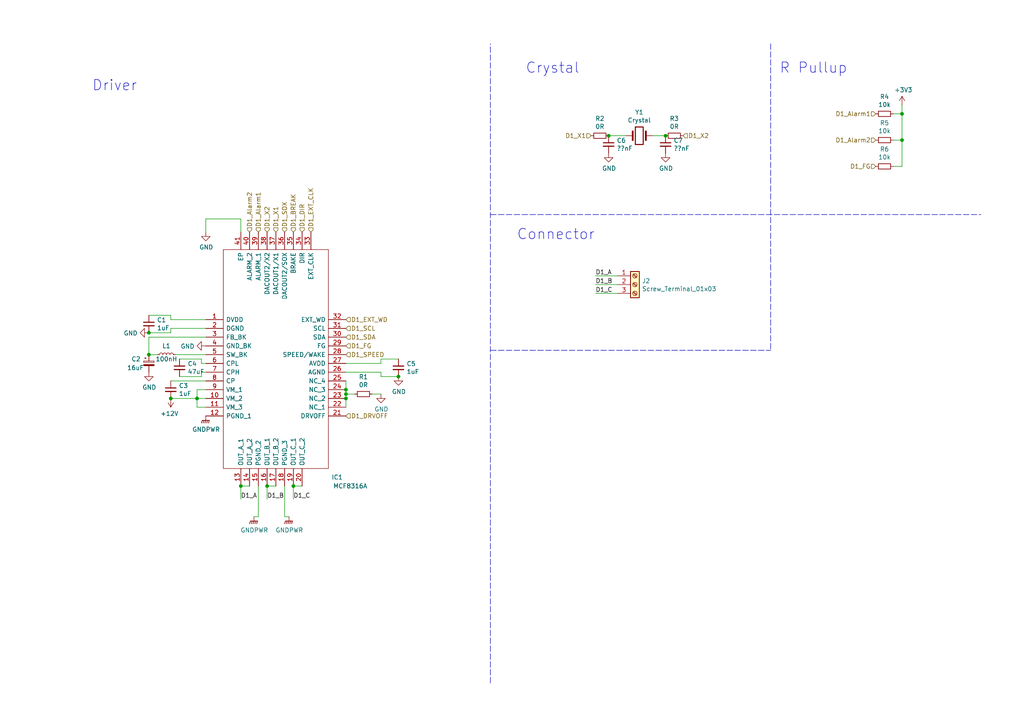
<source format=kicad_sch>
(kicad_sch (version 20211123) (generator eeschema)
  (paper "A4")
  (lib_symbols
    (symbol "Connector:Screw_Terminal_01x03" (pin_names (offset 1.016) hide)
      (property "Reference" "J" (at 0 5.08 0))
      (property "Value" "Screw_Terminal_01x03" (at 0 -5.08 0))
      (symbol "Screw_Terminal_01x03_1_1"
        (rectangle (start -1.27 3.81) (end 1.27 -3.81) (stroke (width 0.254)) (fill (type background)))
        (circle (center 0 -2.54) (radius 0.635) (stroke (width 0.1524)))
        (polyline (pts (xy -0.5334 -2.2098) (xy 0.3302 -3.048)) (stroke (width 0.1524)))
        (polyline (pts (xy -0.5334 0.3302) (xy 0.3302 -0.508)) (stroke (width 0.1524)))
        (polyline (pts (xy -0.5334 2.8702) (xy 0.3302 2.032)) (stroke (width 0.1524)))
        (polyline (pts (xy -0.3556 -2.032) (xy 0.508 -2.8702)) (stroke (width 0.1524)))
        (polyline (pts (xy -0.3556 0.508) (xy 0.508 -0.3302)) (stroke (width 0.1524)))
        (polyline (pts (xy -0.3556 3.048) (xy 0.508 2.2098)) (stroke (width 0.1524)))
        (circle (center 0 0) (radius 0.635) (stroke (width 0.1524)))
        (circle (center 0 2.54) (radius 0.635) (stroke (width 0.1524)))
        (pin passive line (at -5.08 2.54 0) (length 3.81) (name "Pin_1") (number "1"))
        (pin passive line (at -5.08 0 0) (length 3.81) (name "Pin_2") (number "2"))
        (pin passive line (at -5.08 -2.54 0) (length 3.81) (name "Pin_3") (number "3"))
      )
    )
    (symbol "Device:CP_Small" (pin_numbers hide) (pin_names (offset 0.254) hide)
      (property "Reference" "C" (at 0.254 1.778 0))
      (property "Value" "Device_CP_Small" (at 0.254 -2.032 0))
      (symbol "CP_Small_0_1"
        (rectangle (start -1.524 -0.3048) (end 1.524 -0.6858) (fill (type outline)))
        (rectangle (start -1.524 0.6858) (end 1.524 0.3048))
        (polyline (pts (xy -1.27 1.524) (xy -0.762 1.524)))
        (polyline (pts (xy -1.016 1.27) (xy -1.016 1.778)))
      )
      (symbol "CP_Small_1_1"
        (pin passive line (at 0 2.54 270) (length 1.8542) (name "~") (number "1"))
        (pin passive line (at 0 -2.54 90) (length 1.8542) (name "~") (number "2"))
      )
    )
    (symbol "Device:C_Small" (pin_numbers hide) (pin_names (offset 0.254) hide)
      (property "Reference" "C" (at 0.254 1.778 0))
      (property "Value" "C_Small" (at 0.254 -2.032 0))
      (symbol "C_Small_0_1"
        (polyline (pts (xy -1.524 -0.508) (xy 1.524 -0.508)) (stroke (width 0.3302)))
        (polyline (pts (xy -1.524 0.508) (xy 1.524 0.508)) (stroke (width 0.3048)))
      )
      (symbol "C_Small_1_1"
        (pin passive line (at 0 2.54 270) (length 2.032) (name "~") (number "1"))
        (pin passive line (at 0 -2.54 90) (length 2.032) (name "~") (number "2"))
      )
    )
    (symbol "Device:Crystal" (pin_numbers hide) (pin_names (offset 1.016) hide)
      (property "Reference" "Y" (at 0 3.81 0))
      (property "Value" "Crystal" (at 0 -3.81 0))
      (symbol "Crystal_0_1"
        (rectangle (start -1.143 2.54) (end 1.143 -2.54) (stroke (width 0.3048)))
        (polyline (pts (xy -2.54 0) (xy -1.905 0)))
        (polyline (pts (xy -1.905 -1.27) (xy -1.905 1.27)) (stroke (width 0.508)))
        (polyline (pts (xy 1.905 -1.27) (xy 1.905 1.27)) (stroke (width 0.508)))
        (polyline (pts (xy 2.54 0) (xy 1.905 0)))
      )
      (symbol "Crystal_1_1"
        (pin passive line (at -3.81 0 0) (length 1.27) (name "1") (number "1"))
        (pin passive line (at 3.81 0 180) (length 1.27) (name "2") (number "2"))
      )
    )
    (symbol "Device:L_Small" (pin_numbers hide) (pin_names (offset 0.254) hide)
      (property "Reference" "L" (at 0.762 1.016 0))
      (property "Value" "L_Small" (at 0.762 -1.016 0))
      (symbol "L_Small_0_1"
        (arc (start 0 -2.032) (mid 0.508 -1.524) (end 0 -1.016))
        (arc (start 0 -1.016) (mid 0.508 -0.508) (end 0 0))
        (arc (start 0 0) (mid 0.508 0.508) (end 0 1.016))
        (arc (start 0 1.016) (mid 0.508 1.524) (end 0 2.032))
      )
      (symbol "L_Small_1_1"
        (pin passive line (at 0 2.54 270) (length 0.508) (name "~") (number "1"))
        (pin passive line (at 0 -2.54 90) (length 0.508) (name "~") (number "2"))
      )
    )
    (symbol "Device:R_Small" (pin_numbers hide) (pin_names (offset 0.254) hide)
      (property "Reference" "R" (at 0.762 0.508 0))
      (property "Value" "R_Small" (at 0.762 -1.016 0))
      (symbol "R_Small_0_1"
        (rectangle (start -0.762 1.778) (end 0.762 -1.778) (stroke (width 0.2032)))
      )
      (symbol "R_Small_1_1"
        (pin passive line (at 0 2.54 270) (length 0.762) (name "~") (number "1"))
        (pin passive line (at 0 -2.54 90) (length 0.762) (name "~") (number "2"))
      )
    )
    (symbol "MCF8316A:MCF8316A" (pin_names (offset 0.762))
      (property "Reference" "IC" (at 36.83 25.4 0))
      (property "Value" "MCF8316A_MCF8316A" (at 36.83 22.86 0))
      (symbol "MCF8316A_0_0"
        (pin passive line (at 0 0 0) (length 5.08) (name "DVDD") (number "1"))
        (pin passive line (at 0 -22.86 0) (length 5.08) (name "VM_2") (number "10"))
        (pin passive line (at 0 -25.4 0) (length 5.08) (name "VM_3") (number "11"))
        (pin passive line (at 0 -27.94 0) (length 5.08) (name "PGND_1") (number "12"))
        (pin passive line (at 10.16 -48.26 90) (length 5.08) (name "OUT_A_1") (number "13"))
        (pin passive line (at 12.7 -48.26 90) (length 5.08) (name "OUT_A_2") (number "14"))
        (pin passive line (at 15.24 -48.26 90) (length 5.08) (name "PGND_2") (number "15"))
        (pin passive line (at 17.78 -48.26 90) (length 5.08) (name "OUT_B_1") (number "16"))
        (pin passive line (at 20.32 -48.26 90) (length 5.08) (name "OUT_B_2") (number "17"))
        (pin passive line (at 22.86 -48.26 90) (length 5.08) (name "PGND_3") (number "18"))
        (pin passive line (at 25.4 -48.26 90) (length 5.08) (name "OUT_C_1") (number "19"))
        (pin passive line (at 0 -2.54 0) (length 5.08) (name "DGND") (number "2"))
        (pin passive line (at 27.94 -48.26 90) (length 5.08) (name "OUT_C_2") (number "20"))
        (pin passive line (at 40.64 -27.94 180) (length 5.08) (name "DRVOFF") (number "21"))
        (pin passive line (at 40.64 -25.4 180) (length 5.08) (name "NC_1") (number "22"))
        (pin passive line (at 40.64 -22.86 180) (length 5.08) (name "NC_2") (number "23"))
        (pin passive line (at 40.64 -20.32 180) (length 5.08) (name "NC_3") (number "24"))
        (pin passive line (at 40.64 -17.78 180) (length 5.08) (name "NC_4") (number "25"))
        (pin passive line (at 40.64 -15.24 180) (length 5.08) (name "AGND") (number "26"))
        (pin passive line (at 40.64 -12.7 180) (length 5.08) (name "AVDD") (number "27"))
        (pin passive line (at 40.64 -10.16 180) (length 5.08) (name "SPEED/WAKE") (number "28"))
        (pin passive line (at 40.64 -7.62 180) (length 5.08) (name "FG") (number "29"))
        (pin passive line (at 0 -5.08 0) (length 5.08) (name "FB_BK") (number "3"))
        (pin passive line (at 40.64 -5.08 180) (length 5.08) (name "SDA") (number "30"))
        (pin passive line (at 40.64 -2.54 180) (length 5.08) (name "SCL") (number "31"))
        (pin passive line (at 40.64 0 180) (length 5.08) (name "EXT_WD") (number "32"))
        (pin passive line (at 30.48 25.4 270) (length 5.08) (name "EXT_CLK") (number "33"))
        (pin passive line (at 27.94 25.4 270) (length 5.08) (name "DIR") (number "34"))
        (pin passive line (at 25.4 25.4 270) (length 5.08) (name "BRAKE") (number "35"))
        (pin passive line (at 22.86 25.4 270) (length 5.08) (name "DACOUT2/SOX") (number "36"))
        (pin passive line (at 20.32 25.4 270) (length 5.08) (name "DACOUT1/X1") (number "37"))
        (pin passive line (at 17.78 25.4 270) (length 5.08) (name "DACOUT2/X2") (number "38"))
        (pin passive line (at 15.24 25.4 270) (length 5.08) (name "ALARM_1") (number "39"))
        (pin passive line (at 0 -7.62 0) (length 5.08) (name "GND_BK") (number "4"))
        (pin passive line (at 12.7 25.4 270) (length 5.08) (name "ALARM_2") (number "40"))
        (pin passive line (at 10.16 25.4 270) (length 5.08) (name "EP") (number "41"))
        (pin passive line (at 0 -10.16 0) (length 5.08) (name "SW_BK") (number "5"))
        (pin passive line (at 0 -12.7 0) (length 5.08) (name "CPL") (number "6"))
        (pin passive line (at 0 -15.24 0) (length 5.08) (name "CPH") (number "7"))
        (pin passive line (at 0 -17.78 0) (length 5.08) (name "CP") (number "8"))
        (pin passive line (at 0 -20.32 0) (length 5.08) (name "VM_1") (number "9"))
      )
      (symbol "MCF8316A_0_1"
        (polyline (pts (xy 5.08 20.32) (xy 35.56 20.32) (xy 35.56 -43.18) (xy 5.08 -43.18) (xy 5.08 20.32)) (stroke (width 0.1524)))
      )
    )
    (symbol "power:+12V" (power) (pin_names (offset 0))
      (property "Value" "+12V" (at 0 3.556 0))
      (symbol "+12V_0_1"
        (polyline (pts (xy -0.762 1.27) (xy 0 2.54)))
        (polyline (pts (xy 0 0) (xy 0 2.54)))
        (polyline (pts (xy 0 2.54) (xy 0.762 1.27)))
      )
      (symbol "+12V_1_1"
        (pin power_in line (at 0 0 90) (length 0) hide (name "+12V") (number "1"))
      )
    )
    (symbol "power:+3V3" (power) (pin_names (offset 0))
      (property "Value" "+3V3" (at 0 3.556 0))
      (symbol "+3V3_0_1"
        (polyline (pts (xy -0.762 1.27) (xy 0 2.54)))
        (polyline (pts (xy 0 0) (xy 0 2.54)))
        (polyline (pts (xy 0 2.54) (xy 0.762 1.27)))
      )
      (symbol "+3V3_1_1"
        (pin power_in line (at 0 0 90) (length 0) hide (name "+3V3") (number "1"))
      )
    )
    (symbol "power:GND" (power) (pin_names (offset 0))
      (property "Value" "GND" (at 0 -3.81 0))
      (symbol "GND_0_1"
        (polyline (pts (xy 0 0) (xy 0 -1.27) (xy 1.27 -1.27) (xy 0 -2.54) (xy -1.27 -1.27) (xy 0 -1.27)))
      )
      (symbol "GND_1_1"
        (pin power_in line (at 0 0 270) (length 0) hide (name "GND") (number "1"))
      )
    )
    (symbol "power:GNDPWR" (power) (pin_names (offset 0))
      (property "Value" "GNDPWR" (at 0 -3.302 0))
      (symbol "GNDPWR_0_1"
        (polyline (pts (xy 0 -1.27) (xy 0 0)))
        (polyline (pts (xy -1.016 -1.27) (xy -1.27 -2.032) (xy -1.27 -2.032)) (stroke (width 0.2032)))
        (polyline (pts (xy -0.508 -1.27) (xy -0.762 -2.032) (xy -0.762 -2.032)) (stroke (width 0.2032)))
        (polyline (pts (xy 0 -1.27) (xy -0.254 -2.032) (xy -0.254 -2.032)) (stroke (width 0.2032)))
        (polyline (pts (xy 0.508 -1.27) (xy 0.254 -2.032) (xy 0.254 -2.032)) (stroke (width 0.2032)))
        (polyline (pts (xy 1.016 -1.27) (xy -1.016 -1.27) (xy -1.016 -1.27)) (stroke (width 0.2032)))
        (polyline (pts (xy 1.016 -1.27) (xy 0.762 -2.032) (xy 0.762 -2.032) (xy 0.762 -2.032)) (stroke (width 0.2032)))
      )
      (symbol "GNDPWR_1_1"
        (pin power_in line (at 0 0 270) (length 0) hide (name "GNDPWR") (number "1"))
      )
    )
  )
  (junction (at 57.15 115.57))
  (junction (at 261.62 33.02))
  (junction (at 193.04 39.37))
  (junction (at 176.53 39.37))
  (junction (at 49.53 115.57))
  (junction (at 261.62 40.64))
  (junction (at 43.18 102.87))
  (junction (at 115.57 109.22))
  (junction (at 100.33 113.03))
  (junction (at 85.09 140.97))
  (junction (at 43.18 96.52))
  (junction (at 100.33 115.57))
  (junction (at 100.33 114.3))
  (junction (at 69.85 140.97))
  (junction (at 77.47 140.97))
  (wire (pts (xy 100.33 105.41) (xy 110.49 105.41)))
  (wire (pts (xy 74.93 149.86) (xy 74.93 140.97)))
  (wire (pts (xy 172.72 80.01) (xy 179.07 80.01)))
  (wire (pts (xy 110.49 105.41) (xy 110.49 104.14)))
  (wire (pts (xy 52.07 104.14) (xy 58.42 104.14)))
  (wire (pts (xy 82.55 149.86) (xy 83.82 149.86)))
  (wire (pts (xy 49.53 96.52) (xy 49.53 95.25)))
  (wire (pts (xy 50.8 102.87) (xy 59.69 102.87)))
  (polyline (pts (xy 142.24 101.6) (xy 223.52 101.6)))
  (wire (pts (xy 181.61 39.37) (xy 176.53 39.37)))
  (wire (pts (xy 58.42 104.14) (xy 58.42 105.41)))
  (wire (pts (xy 43.18 97.79) (xy 59.69 97.79)))
  (wire (pts (xy 57.15 118.11) (xy 59.69 118.11)))
  (wire (pts (xy 43.18 96.52) (xy 49.53 96.52)))
  (wire (pts (xy 49.53 92.71) (xy 49.53 91.44)))
  (wire (pts (xy 57.15 113.03) (xy 59.69 113.03)))
  (wire (pts (xy 45.72 102.87) (xy 43.18 102.87)))
  (wire (pts (xy 74.93 149.86) (xy 73.66 149.86)))
  (wire (pts (xy 49.53 95.25) (xy 59.69 95.25)))
  (wire (pts (xy 59.69 67.31) (xy 59.69 63.5)))
  (wire (pts (xy 261.62 40.64) (xy 261.62 48.26)))
  (wire (pts (xy 58.42 109.22) (xy 52.07 109.22)))
  (wire (pts (xy 58.42 105.41) (xy 59.69 105.41)))
  (wire (pts (xy 110.49 109.22) (xy 110.49 107.95)))
  (wire (pts (xy 69.85 144.78) (xy 69.85 140.97)))
  (wire (pts (xy 85.09 140.97) (xy 87.63 140.97)))
  (wire (pts (xy 58.42 107.95) (xy 58.42 109.22)))
  (wire (pts (xy 100.33 113.03) (xy 100.33 114.3)))
  (polyline (pts (xy 142.24 198.12) (xy 142.24 12.7)))
  (wire (pts (xy 115.57 109.22) (xy 110.49 109.22)))
  (wire (pts (xy 100.33 114.3) (xy 100.33 115.57)))
  (wire (pts (xy 57.15 115.57) (xy 57.15 113.03)))
  (wire (pts (xy 100.33 107.95) (xy 110.49 107.95)))
  (wire (pts (xy 49.53 91.44) (xy 43.18 91.44)))
  (wire (pts (xy 261.62 48.26) (xy 259.08 48.26)))
  (wire (pts (xy 57.15 115.57) (xy 59.69 115.57)))
  (wire (pts (xy 110.49 104.14) (xy 115.57 104.14)))
  (wire (pts (xy 100.33 110.49) (xy 100.33 113.03)))
  (wire (pts (xy 189.23 39.37) (xy 193.04 39.37)))
  (wire (pts (xy 59.69 63.5) (xy 69.85 63.5)))
  (wire (pts (xy 82.55 140.97) (xy 82.55 149.86)))
  (wire (pts (xy 69.85 140.97) (xy 72.39 140.97)))
  (wire (pts (xy 172.72 85.09) (xy 179.07 85.09)))
  (wire (pts (xy 59.69 92.71) (xy 49.53 92.71)))
  (wire (pts (xy 77.47 140.97) (xy 80.01 140.97)))
  (wire (pts (xy 43.18 102.87) (xy 43.18 97.79)))
  (wire (pts (xy 77.47 144.78) (xy 77.47 140.97)))
  (wire (pts (xy 49.53 115.57) (xy 57.15 115.57)))
  (polyline (pts (xy 223.52 12.7) (xy 223.52 101.6)))
  (wire (pts (xy 172.72 82.55) (xy 179.07 82.55)))
  (wire (pts (xy 69.85 63.5) (xy 69.85 67.31)))
  (polyline (pts (xy 142.24 62.23) (xy 284.48 62.23)))
  (wire (pts (xy 57.15 115.57) (xy 57.15 118.11)))
  (wire (pts (xy 261.62 33.02) (xy 261.62 40.64)))
  (wire (pts (xy 59.69 107.95) (xy 58.42 107.95)))
  (wire (pts (xy 85.09 140.97) (xy 85.09 144.78)))
  (wire (pts (xy 102.87 114.3) (xy 100.33 114.3)))
  (wire (pts (xy 107.95 114.3) (xy 110.49 114.3)))
  (wire (pts (xy 259.08 33.02) (xy 261.62 33.02)))
  (wire (pts (xy 49.53 110.49) (xy 59.69 110.49)))
  (wire (pts (xy 100.33 115.57) (xy 100.33 118.11)))
  (wire (pts (xy 259.08 40.64) (xy 261.62 40.64)))
  (wire (pts (xy 261.62 30.48) (xy 261.62 33.02)))
  (text "Crystal" (at 152.4 21.59 0) (effects (font (size 2.9972 2.9972)) (justify left bottom)))
  (text "Driver" (at 26.67 26.67 0) (effects (font (size 2.9972 2.9972)) (justify left bottom)))
  (text "Connector" (at 149.86 69.85 0) (effects (font (size 2.9972 2.9972)) (justify left bottom)))
  (text "R Pullup" (at 226.06 21.59 0) (effects (font (size 2.9972 2.9972)) (justify left bottom)))
  (label "D1_C" (at 85.09 144.78 0))
  (label "D1_A" (at 172.72 80.01 0))
  (label "D1_C" (at 172.72 85.09 0))
  (label "D1_B" (at 172.72 82.55 0))
  (label "D1_B" (at 77.47 144.78 0))
  (label "D1_A" (at 69.85 144.78 0))
  (hierarchical_label "D1_X2" (shape input) (at 198.12 39.37 0))
  (hierarchical_label "D1_DIR" (shape input) (at 87.63 67.31 90))
  (hierarchical_label "D1_SPEED" (shape input) (at 100.33 102.87 0))
  (hierarchical_label "D1_DRVOFF" (shape input) (at 100.33 120.65 0))
  (hierarchical_label "D1_X2" (shape input) (at 77.47 67.31 90))
  (hierarchical_label "D1_FG" (shape input) (at 100.33 100.33 0))
  (hierarchical_label "D1_Alarm2" (shape input) (at 72.39 67.31 90))
  (hierarchical_label "D1_EXT_CLK" (shape input) (at 90.17 67.31 90))
  (hierarchical_label "D1_SDA" (shape input) (at 100.33 97.79 0))
  (hierarchical_label "D1_FG" (shape input) (at 254 48.26 180))
  (hierarchical_label "D1_Alarm1" (shape input) (at 74.93 67.31 90))
  (hierarchical_label "D1_Alarm2" (shape input) (at 254 40.64 180))
  (hierarchical_label "D1_Alarm1" (shape input) (at 254 33.02 180))
  (hierarchical_label "D1_SOX" (shape input) (at 82.55 67.31 90))
  (hierarchical_label "D1_BREAK" (shape input) (at 85.09 67.31 90))
  (hierarchical_label "D1_SCL" (shape input) (at 100.33 95.25 0))
  (hierarchical_label "D1_EXT_WD" (shape input) (at 100.33 92.71 0))
  (hierarchical_label "D1_X1" (shape input) (at 171.45 39.37 180))
  (hierarchical_label "D1_X1" (shape input) (at 80.01 67.31 90))
  (symbol (lib_id "MCF8316A:MCF8316A") (at 59.69 92.71 0) (unit 1)
    (property "Reference" "IC1" (at 97.79 138.43 0))
    (property "Value" "MCF8316A" (at 101.6 140.97 0))
    (property "Footprint" "MCF8316A:QFN50P500X700X100-41N-D" (effects hide))
    (property "Datasheet" "https://www.ti.com/lit/gpn/mcf8316a" (effects hide))
    (property "Description" "dasasdsa" (effects hide))
    (property "Height" "1" (effects hide))
    (property "Manufacturer_Name" "Texas Instruments" (effects hide))
    (property "Manufacturer_Part_Number" "MCF8316A" (effects hide))
  )
  (symbol (lib_id "Device:C_Small") (at 115.57 106.68 0) (unit 1)
    (property "Reference" "C5" (at 117.9068 105.5116 0) (effects (justify left)))
    (property "Value" "1uF" (at 117.9068 107.823 0) (effects (justify left)))
  )
  (symbol (lib_id "Device:C_Small") (at 43.18 93.98 0) (unit 1)
    (property "Reference" "C1" (at 45.5168 92.8116 0) (effects (justify left)))
    (property "Value" "1uF" (at 45.5168 95.123 0) (effects (justify left)))
  )
  (symbol (lib_id "power:GNDPWR") (at 59.69 120.65 0) (unit 1)
    (property "Reference" "#PWR06" (effects hide))
    (property "Value" "GNDPWR" (at 59.7916 124.5616 0))
  )
  (symbol (lib_id "Device:L_Small") (at 48.26 102.87 90) (unit 1)
    (property "Reference" "L1" (at 48.26 100.33 90))
    (property "Value" "100nH" (at 48.26 104.14 90))
  )
  (symbol (lib_id "power:GND") (at 43.18 96.52 270) (unit 1)
    (property "Reference" "#PWR01" (effects hide))
    (property "Value" "GND" (at 39.9288 96.647 90) (effects (justify right)))
  )
  (symbol (lib_id "power:GND") (at 115.57 109.22 0) (unit 1)
    (property "Reference" "#PWR010" (effects hide))
    (property "Value" "GND" (at 115.697 113.6142 0))
  )
  (symbol (lib_id "Device:CP_Small") (at 43.18 105.41 0) (unit 1)
    (property "Reference" "C2" (at 38.1 104.14 0) (effects (justify left)))
    (property "Value" "16uF" (at 36.83 106.68 0) (effects (justify left)))
  )
  (symbol (lib_id "power:GND") (at 59.69 100.33 270) (unit 1)
    (property "Reference" "#PWR05" (effects hide))
    (property "Value" "GND" (at 56.4388 100.457 90) (effects (justify right)))
  )
  (symbol (lib_id "power:GND") (at 43.18 107.95 0) (unit 1)
    (property "Reference" "#PWR02" (effects hide))
    (property "Value" "GND" (at 43.307 112.3442 0))
  )
  (symbol (lib_id "Device:C_Small") (at 52.07 106.68 0) (unit 1)
    (property "Reference" "C4" (at 54.4068 105.5116 0) (effects (justify left)))
    (property "Value" "47uF" (at 54.4068 107.823 0) (effects (justify left)))
  )
  (symbol (lib_id "Device:C_Small") (at 49.53 113.03 0) (unit 1)
    (property "Reference" "C3" (at 51.8668 111.8616 0) (effects (justify left)))
    (property "Value" "1uF" (at 51.8668 114.173 0) (effects (justify left)))
  )
  (symbol (lib_id "power:+12V") (at 49.53 115.57 180) (unit 1)
    (property "Reference" "#PWR03" (effects hide))
    (property "Value" "+12V" (at 49.149 119.9642 0))
  )
  (symbol (lib_id "power:GND") (at 110.49 114.3 0) (unit 1)
    (property "Reference" "#PWR09" (effects hide))
    (property "Value" "GND" (at 110.617 118.6942 0))
  )
  (symbol (lib_id "Device:R_Small") (at 105.41 114.3 270) (unit 1)
    (property "Reference" "R1" (at 105.41 109.3216 90))
    (property "Value" "0R" (at 105.41 111.633 90))
    (property "Footprint" "Resistor_SMD:R_0603_1608Metric" (effects hide))
  )
  (symbol (lib_id "power:GNDPWR") (at 73.66 149.86 0) (unit 1)
    (property "Reference" "#PWR07" (effects hide))
    (property "Value" "GNDPWR" (at 73.7616 153.7716 0))
  )
  (symbol (lib_id "power:GNDPWR") (at 83.82 149.86 0) (unit 1)
    (property "Reference" "#PWR08" (effects hide))
    (property "Value" "GNDPWR" (at 83.9216 153.7716 0))
  )
  (symbol (lib_id "power:GND") (at 59.69 67.31 0) (unit 1)
    (property "Reference" "#PWR04" (effects hide))
    (property "Value" "GND" (at 59.817 71.7042 0))
  )
  (symbol (lib_id "Device:Crystal") (at 185.42 39.37 0) (unit 1)
    (property "Reference" "Y1" (at 185.42 32.5628 0))
    (property "Value" "Crystal" (at 185.42 34.8742 0))
  )
  (symbol (lib_id "Device:C_Small") (at 193.04 41.91 0) (unit 1)
    (property "Reference" "C7" (at 195.3768 40.7416 0) (effects (justify left)))
    (property "Value" "??nF" (at 195.3768 43.053 0) (effects (justify left)))
  )
  (symbol (lib_id "Device:C_Small") (at 176.53 41.91 0) (unit 1)
    (property "Reference" "C6" (at 178.8668 40.7416 0) (effects (justify left)))
    (property "Value" "??nF" (at 178.8668 43.053 0) (effects (justify left)))
  )
  (symbol (lib_id "power:GND") (at 176.53 44.45 0) (unit 1)
    (property "Reference" "#PWR011" (effects hide))
    (property "Value" "GND" (at 176.657 48.8442 0))
  )
  (symbol (lib_id "power:GND") (at 193.04 44.45 0) (unit 1)
    (property "Reference" "#PWR012" (effects hide))
    (property "Value" "GND" (at 193.167 48.8442 0))
  )
  (symbol (lib_id "Device:R_Small") (at 173.99 39.37 270) (unit 1)
    (property "Reference" "R2" (at 173.99 34.3916 90))
    (property "Value" "0R" (at 173.99 36.703 90))
    (property "Footprint" "Resistor_SMD:R_0603_1608Metric" (effects hide))
  )
  (symbol (lib_id "Device:R_Small") (at 195.58 39.37 270) (unit 1)
    (property "Reference" "R3" (at 195.58 34.3916 90))
    (property "Value" "0R" (at 195.58 36.703 90))
    (property "Footprint" "Resistor_SMD:R_0603_1608Metric" (effects hide))
  )
  (symbol (lib_id "Connector:Screw_Terminal_01x03") (at 184.15 82.55 0) (unit 1)
    (property "Reference" "J2" (at 186.182 81.4832 0) (effects (justify left)))
    (property "Value" "Screw_Terminal_01x03" (at 186.182 83.7946 0) (effects (justify left)))
    (property "Footprint" "TerminalBlock_4Ucon:TerminalBlock_4Ucon_1x03_P3.50mm_Horizontal" (effects hide))
  )
  (symbol (lib_id "Device:R_Small") (at 256.54 33.02 270) (unit 1)
    (property "Reference" "R4" (at 256.54 28.0416 90))
    (property "Value" "10k" (at 256.54 30.353 90))
    (property "Footprint" "Resistor_SMD:R_0603_1608Metric" (effects hide))
  )
  (symbol (lib_id "Device:R_Small") (at 256.54 40.64 270) (unit 1)
    (property "Reference" "R5" (at 256.54 35.6616 90))
    (property "Value" "10k" (at 256.54 37.973 90))
    (property "Footprint" "Resistor_SMD:R_0603_1608Metric" (effects hide))
  )
  (symbol (lib_id "Device:R_Small") (at 256.54 48.26 270) (unit 1)
    (property "Reference" "R6" (at 256.54 43.2816 90))
    (property "Value" "10k" (at 256.54 45.593 90))
    (property "Footprint" "Resistor_SMD:R_0603_1608Metric" (effects hide))
  )
  (symbol (lib_id "power:+3V3") (at 261.62 30.48 0) (unit 1)
    (property "Reference" "#PWR013" (effects hide))
    (property "Value" "+3V3" (at 262.001 26.0858 0))
  )
)
</source>
